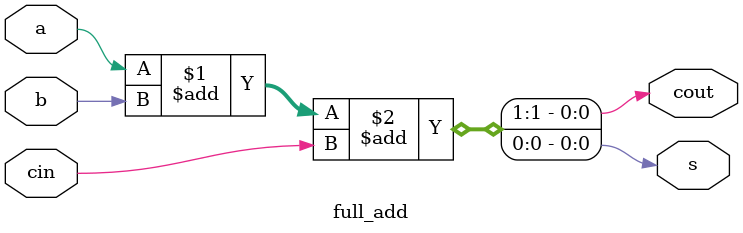
<source format=v>
`timescale 1ps / 1ps
module full_add(
    input a,
    input b,
    input cin,
    output cout,
    output s
);
    assign {cout, s} = a + b + cin;
endmodule
</source>
